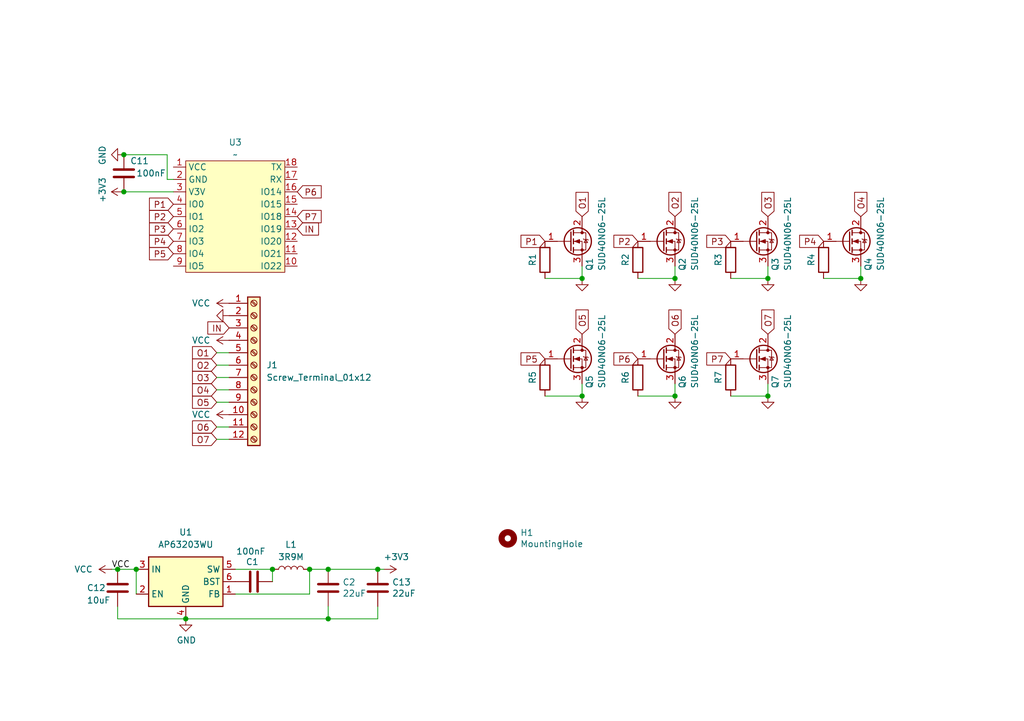
<source format=kicad_sch>
(kicad_sch (version 20250114) (generator "eeschema") (generator_version "9.0")
  (paper "A5")
  (title_block (title "LED Lights") (date "2025-08-19") (rev "9"))
  (lib_symbols
    (symbol "Connector:Screw_Terminal_01x12" (pin_names (offset 1.016) (hide yes))
      (property "Reference" "J" (at 0 15.24 0))
      (property "Value" "Screw_Terminal_01x12" (at 0 -17.78 0))
      (symbol "Screw_Terminal_01x12_1_1"
        (rectangle (start -1.27 13.97) (end 1.27 -16.51) (stroke (width 0.254)) (fill (type background)))
        (polyline (pts (xy -0.5334 13.0302) (xy 0.3302 12.192)) (stroke (width 0.1524)))
        (polyline (pts (xy -0.5334 10.4902) (xy 0.3302 9.652)) (stroke (width 0.1524)))
        (polyline (pts (xy -0.5334 7.9502) (xy 0.3302 7.112)) (stroke (width 0.1524)))
        (polyline (pts (xy -0.5334 5.4102) (xy 0.3302 4.572)) (stroke (width 0.1524)))
        (polyline (pts (xy -0.5334 2.8702) (xy 0.3302 2.032)) (stroke (width 0.1524)))
        (polyline (pts (xy -0.5334 0.3302) (xy 0.3302 -0.508)) (stroke (width 0.1524)))
        (polyline (pts (xy -0.5334 -2.2098) (xy 0.3302 -3.048)) (stroke (width 0.1524)))
        (polyline (pts (xy -0.5334 -4.7498) (xy 0.3302 -5.588)) (stroke (width 0.1524)))
        (polyline (pts (xy -0.5334 -7.2898) (xy 0.3302 -8.128)) (stroke (width 0.1524)))
        (polyline (pts (xy -0.5334 -9.8298) (xy 0.3302 -10.668)) (stroke (width 0.1524)))
        (polyline (pts (xy -0.5334 -12.3698) (xy 0.3302 -13.208)) (stroke (width 0.1524)))
        (polyline (pts (xy -0.5334 -14.9098) (xy 0.3302 -15.748)) (stroke (width 0.1524)))
        (polyline (pts (xy -0.3556 13.208) (xy 0.508 12.3698)) (stroke (width 0.1524)))
        (polyline (pts (xy -0.3556 10.668) (xy 0.508 9.8298)) (stroke (width 0.1524)))
        (polyline (pts (xy -0.3556 8.128) (xy 0.508 7.2898)) (stroke (width 0.1524)))
        (polyline (pts (xy -0.3556 5.588) (xy 0.508 4.7498)) (stroke (width 0.1524)))
        (polyline (pts (xy -0.3556 3.048) (xy 0.508 2.2098)) (stroke (width 0.1524)))
        (polyline (pts (xy -0.3556 0.508) (xy 0.508 -0.3302)) (stroke (width 0.1524)))
        (polyline (pts (xy -0.3556 -2.032) (xy 0.508 -2.8702)) (stroke (width 0.1524)))
        (polyline (pts (xy -0.3556 -4.572) (xy 0.508 -5.4102)) (stroke (width 0.1524)))
        (polyline (pts (xy -0.3556 -7.112) (xy 0.508 -7.9502)) (stroke (width 0.1524)))
        (polyline (pts (xy -0.3556 -9.652) (xy 0.508 -10.4902)) (stroke (width 0.1524)))
        (polyline (pts (xy -0.3556 -12.192) (xy 0.508 -13.0302)) (stroke (width 0.1524)))
        (polyline (pts (xy -0.3556 -14.732) (xy 0.508 -15.5702)) (stroke (width 0.1524)))
        (circle (center 0 12.7) (radius 0.635) (stroke (width 0.1524)))
        (circle (center 0 10.16) (radius 0.635) (stroke (width 0.1524)))
        (circle (center 0 7.62) (radius 0.635) (stroke (width 0.1524)))
        (circle (center 0 5.08) (radius 0.635) (stroke (width 0.1524)))
        (circle (center 0 2.54) (radius 0.635) (stroke (width 0.1524)))
        (circle (center 0 0) (radius 0.635) (stroke (width 0.1524)))
        (circle (center 0 -2.54) (radius 0.635) (stroke (width 0.1524)))
        (circle (center 0 -5.08) (radius 0.635) (stroke (width 0.1524)))
        (circle (center 0 -7.62) (radius 0.635) (stroke (width 0.1524)))
        (circle (center 0 -10.16) (radius 0.635) (stroke (width 0.1524)))
        (circle (center 0 -12.7) (radius 0.635) (stroke (width 0.1524)))
        (circle (center 0 -15.24) (radius 0.635) (stroke (width 0.1524)))
        (pin passive line (at -5.08 12.7 0) (length 3.81) (name "Pin_1") (number "1"))
        (pin passive line (at -5.08 10.16 0) (length 3.81) (name "Pin_2") (number "2"))
        (pin passive line (at -5.08 7.62 0) (length 3.81) (name "Pin_3") (number "3"))
        (pin passive line (at -5.08 5.08 0) (length 3.81) (name "Pin_4") (number "4"))
        (pin passive line (at -5.08 2.54 0) (length 3.81) (name "Pin_5") (number "5"))
        (pin passive line (at -5.08 0 0) (length 3.81) (name "Pin_6") (number "6"))
        (pin passive line (at -5.08 -2.54 0) (length 3.81) (name "Pin_7") (number "7"))
        (pin passive line (at -5.08 -5.08 0) (length 3.81) (name "Pin_8") (number "8"))
        (pin passive line (at -5.08 -7.62 0) (length 3.81) (name "Pin_9") (number "9"))
        (pin passive line (at -5.08 -10.16 0) (length 3.81) (name "Pin_10") (number "10"))
        (pin passive line (at -5.08 -12.7 0) (length 3.81) (name "Pin_11") (number "11"))
        (pin passive line (at -5.08 -15.24 0) (length 3.81) (name "Pin_12") (number "12"))
      )
    )
    (symbol "Device:C" (pin_numbers (hide yes)) (pin_names (offset 0.254))
      (property "Reference" "C" (at 0.635 2.54 0))
      (property "Value" "C" (at 0.635 -2.54 0))
      (symbol "C_0_1"
        (polyline (pts (xy -2.032 0.762) (xy 2.032 0.762)) (stroke (width 0.508)))
        (polyline (pts (xy -2.032 -0.762) (xy 2.032 -0.762)) (stroke (width 0.508)))
      )
      (symbol "C_1_1"
        (pin passive line (at 0 3.81 270) (length 2.794) (name "~") (number "1"))
        (pin passive line (at 0 -3.81 90) (length 2.794) (name "~") (number "2"))
      )
    )
    (symbol "Device:L" (pin_numbers (hide yes)) (pin_names (offset 1.016) (hide yes))
      (property "Reference" "L" (at -1.27 0 90))
      (property "Value" "L" (at 1.905 0 90))
      (symbol "L_0_1"
        (arc (start 0 2.54) (mid 0.6323 1.905) (end 0 1.27))
        (arc (start 0 1.27) (mid 0.6323 0.635) (end 0 0))
        (arc (start 0 0) (mid 0.6323 -0.635) (end 0 -1.27))
        (arc (start 0 -1.27) (mid 0.6323 -1.905) (end 0 -2.54))
      )
      (symbol "L_1_1"
        (pin passive line (at 0 3.81 270) (length 1.27) (name "1") (number "1"))
        (pin passive line (at 0 -3.81 90) (length 1.27) (name "2") (number "2"))
      )
    )
    (symbol "Device:R" (pin_numbers (hide yes)) (pin_names (offset 0))
      (property "Reference" "R" (at 2.032 0 90))
      (property "Value" "R" (at 0 0 90))
      (symbol "R_0_1"
        (rectangle (start -1.016 -2.54) (end 1.016 2.54) (stroke (width 0.254)))
      )
      (symbol "R_1_1"
        (pin passive line (at 0 3.81 270) (length 1.27) (name "~") (number "1"))
        (pin passive line (at 0 -3.81 90) (length 1.27) (name "~") (number "2"))
      )
    )
    (symbol "Mechanical:MountingHole" (pin_names (offset 1.016))
      (property "Reference" "H" (at 0 5.08 0))
      (property "Value" "MountingHole" (at 0 3.175 0))
      (symbol "MountingHole_0_1"
        (circle (center 0 0) (radius 1.27) (stroke (width 1.27)))
      )
    )
    (symbol "Regulator_Switching:AP63203WU"
      (property "Reference" "U" (at -7.62 6.35 0))
      (property "Value" "AP63203WU" (at 2.54 6.35 0))
      (symbol "AP63203WU_0_1"
        (rectangle (start -7.62 5.08) (end 7.62 -5.08) (stroke (width 0.254)) (fill (type background)))
      )
      (symbol "AP63203WU_1_1"
        (pin power_in line (at -10.16 2.54 0) (length 2.54) (name "IN") (number "3"))
        (pin input line (at -10.16 -2.54 0) (length 2.54) (name "EN") (number "2"))
        (pin power_in line (at 0 -7.62 90) (length 2.54) (name "GND") (number "4"))
        (pin output line (at 10.16 2.54 180) (length 2.54) (name "SW") (number "5"))
        (pin passive line (at 10.16 0 180) (length 2.54) (name "BST") (number "6"))
        (pin input line (at 10.16 -2.54 180) (length 2.54) (name "FB") (number "1"))
      )
    )
    (symbol "Transistor_FET:QM6006D" (pin_names (hide yes))
      (property "Reference" "Q" (at 5.08 1.905 0))
      (property "Value" "QM6006D" (at 5.08 0 0))
      (symbol "QM6006D_0_1"
        (polyline (pts (xy 0.254 1.905) (xy 0.254 -1.905)) (stroke (width 0.254)))
        (polyline (pts (xy 0.254 0) (xy -2.54 0)))
        (polyline (pts (xy 0.762 2.286) (xy 0.762 1.27)) (stroke (width 0.254)))
        (polyline (pts (xy 0.762 0.508) (xy 0.762 -0.508)) (stroke (width 0.254)))
        (polyline (pts (xy 0.762 -1.27) (xy 0.762 -2.286)) (stroke (width 0.254)))
        (polyline (pts (xy 0.762 -1.778) (xy 3.302 -1.778) (xy 3.302 1.778) (xy 0.762 1.778)))
        (polyline (pts (xy 1.016 0) (xy 2.032 0.381) (xy 2.032 -0.381) (xy 1.016 0)) (fill (type outline)))
        (circle (center 1.651 0) (radius 2.794) (stroke (width 0.254)))
        (polyline (pts (xy 2.54 2.54) (xy 2.54 1.778)))
        (circle (center 2.54 1.778) (radius 0.254) (fill (type outline)))
        (circle (center 2.54 -1.778) (radius 0.254) (fill (type outline)))
        (polyline (pts (xy 2.54 -2.54) (xy 2.54 0) (xy 0.762 0)))
        (polyline (pts (xy 2.794 0.508) (xy 2.921 0.381) (xy 3.683 0.381) (xy 3.81 0.254)))
        (polyline (pts (xy 3.302 0.381) (xy 2.921 -0.254) (xy 3.683 -0.254) (xy 3.302 0.381)))
      )
      (symbol "QM6006D_1_1"
        (pin input line (at -5.08 0 0) (length 2.54) (name "G") (number "1"))
        (pin passive line (at 2.54 5.08 270) (length 2.54) (name "D") (number "2"))
        (pin passive line (at 2.54 -5.08 90) (length 2.54) (name "S") (number "3"))
      )
    )
    (symbol "Waveshare-ESP32:Waveshare-ESP32-C6-Zero"
      (property "Reference" "U" (at -9.652 12.446 0))
      (symbol "Waveshare-ESP32-C6-Zero_1_1"
        (rectangle (start -10.16 11.43) (end 10.16 -11.43) (fill (type background)))
        (pin power_in line (at -12.7 10.16 0) (length 2.54) (name "VCC") (number "1"))
        (pin power_in line (at -12.7 7.62 0) (length 2.54) (name "GND") (number "2"))
        (pin power_out line (at -12.7 5.08 0) (length 2.54) (name "V3V") (number "3"))
        (pin bidirectional line (at -12.7 2.54 0) (length 2.54) (name "IO0") (number "4"))
        (pin bidirectional line (at -12.7 0 0) (length 2.54) (name "IO1") (number "5"))
        (pin bidirectional line (at -12.7 -2.54 0) (length 2.54) (name "IO2") (number "6"))
        (pin bidirectional line (at -12.7 -5.08 0) (length 2.54) (name "IO3") (number "7"))
        (pin bidirectional line (at -12.7 -7.62 0) (length 2.54) (name "IO4") (number "8"))
        (pin bidirectional line (at -12.7 -10.16 0) (length 2.54) (name "IO5") (number "9"))
        (pin bidirectional line (at 12.7 10.16 180) (length 2.54) (name "TX") (number "18"))
        (pin bidirectional line (at 12.7 7.62 180) (length 2.54) (name "RX") (number "17"))
        (pin bidirectional line (at 12.7 5.08 180) (length 2.54) (name "IO14") (number "16"))
        (pin bidirectional line (at 12.7 2.54 180) (length 2.54) (name "IO15") (number "15"))
        (pin bidirectional line (at 12.7 0 180) (length 2.54) (name "IO18") (number "14"))
        (pin bidirectional line (at 12.7 -2.54 180) (length 2.54) (name "IO19") (number "13"))
        (pin bidirectional line (at 12.7 -5.08 180) (length 2.54) (name "IO20") (number "12"))
        (pin bidirectional line (at 12.7 -7.62 180) (length 2.54) (name "IO21") (number "11"))
        (pin bidirectional line (at 12.7 -10.16 180) (length 2.54) (name "IO22") (number "10"))
      )
    )
    (symbol "power:+3.3V" (power) (pin_names (offset 0))
      (property "Value" "+3.3V" (at 0 3.556 0))
      (symbol "+3.3V_0_1"
        (polyline (pts (xy -0.762 1.27) (xy 0 2.54)))
        (polyline (pts (xy 0 2.54) (xy 0.762 1.27)))
        (polyline (pts (xy 0 0) (xy 0 2.54)))
      )
      (symbol "+3.3V_1_1"
        (pin power_in line (at 0 0 90) (length 0) (hide yes) (name "+3V3") (number "1"))
      )
    )
    (symbol "power:GND" (power) (pin_names (offset 0))
      (property "Value" "GND" (at 0 -3.81 0))
      (symbol "GND_0_1"
        (polyline (pts (xy 0 0) (xy 0 -1.27) (xy 1.27 -1.27) (xy 0 -2.54) (xy -1.27 -1.27) (xy 0 -1.27)))
      )
      (symbol "GND_1_1"
        (pin power_in line (at 0 0 270) (length 0) (hide yes) (name "GND") (number "1"))
      )
    )
    (symbol "power:VCC" (power) (pin_numbers (hide yes)) (pin_names (offset 0) (hide yes))
      (property "Value" "VCC" (at 0 3.556 0))
      (symbol "VCC_0_1"
        (polyline (pts (xy -0.762 1.27) (xy 0 2.54)))
        (polyline (pts (xy 0 2.54) (xy 0.762 1.27)))
        (polyline (pts (xy 0 0) (xy 0 2.54)))
      )
      (symbol "VCC_1_1"
        (pin power_in line (at 0 0 90) (length 0) (name "~") (number "1"))
      )
    )
  )
  (junction (at 38.1 127))
  (junction (at 63.5 116.84))
  (junction (at 77.47 116.84))
  (junction (at 157.48 81.28))
  (junction (at 176.53 57.15))
  (junction (at 24.13 116.84))
  (junction (at 119.38 57.15))
  (junction (at 138.43 81.28))
  (junction (at 138.43 57.15))
  (junction (at 27.94 116.84))
  (junction (at 157.48 57.15))
  (junction (at 67.31 127))
  (junction (at 25.4 39.37))
  (junction (at 55.88 116.84))
  (junction (at 25.4 31.75))
  (junction (at 119.38 81.28))
  (junction (at 67.31 116.84))
  (wire (pts (xy 44.45 80.01) (xy 46.99 80.01)))
  (wire (pts (xy 44.45 74.93) (xy 46.99 74.93)))
  (wire (pts (xy 38.1 127) (xy 67.31 127)))
  (wire (pts (xy 149.86 81.28) (xy 157.48 81.28)))
  (wire (pts (xy 138.43 78.74) (xy 138.43 81.28)))
  (wire (pts (xy 44.45 90.17) (xy 46.99 90.17)))
  (wire (pts (xy 55.88 116.84) (xy 55.88 119.38)))
  (wire (pts (xy 77.47 127) (xy 67.31 127)))
  (wire (pts (xy 67.31 116.84) (xy 77.47 116.84)))
  (wire (pts (xy 67.31 124.46) (xy 67.31 127)))
  (wire (pts (xy 35.56 36.83) (xy 34.29 36.83)))
  (wire (pts (xy 168.91 57.15) (xy 176.53 57.15)))
  (wire (pts (xy 34.29 36.83) (xy 34.29 31.75)))
  (wire (pts (xy 27.94 116.84) (xy 27.94 121.92)))
  (wire (pts (xy 22.86 116.84) (xy 24.13 116.84)))
  (wire (pts (xy 44.45 87.63) (xy 46.99 87.63)))
  (wire (pts (xy 119.38 54.61) (xy 119.38 57.15)))
  (wire (pts (xy 25.4 31.75) (xy 34.29 31.75)))
  (wire (pts (xy 63.5 116.84) (xy 67.31 116.84)))
  (wire (pts (xy 130.81 81.28) (xy 138.43 81.28)))
  (wire (pts (xy 157.48 78.74) (xy 157.48 81.28)))
  (wire (pts (xy 130.81 57.15) (xy 138.43 57.15)))
  (wire (pts (xy 157.48 54.61) (xy 157.48 57.15)))
  (wire (pts (xy 77.47 116.84) (xy 78.74 116.84)))
  (wire (pts (xy 48.26 116.84) (xy 55.88 116.84)))
  (wire (pts (xy 77.47 124.46) (xy 77.47 127)))
  (wire (pts (xy 138.43 54.61) (xy 138.43 57.15)))
  (wire (pts (xy 44.45 82.55) (xy 46.99 82.55)))
  (wire (pts (xy 111.76 81.28) (xy 119.38 81.28)))
  (wire (pts (xy 48.26 121.92) (xy 63.5 121.92)))
  (wire (pts (xy 24.13 127) (xy 38.1 127)))
  (wire (pts (xy 44.45 77.47) (xy 46.99 77.47)))
  (wire (pts (xy 24.13 116.84) (xy 27.94 116.84)))
  (wire (pts (xy 149.86 57.15) (xy 157.48 57.15)))
  (wire (pts (xy 111.76 57.15) (xy 119.38 57.15)))
  (wire (pts (xy 25.4 39.37) (xy 35.56 39.37)))
  (wire (pts (xy 176.53 54.61) (xy 176.53 57.15)))
  (wire (pts (xy 44.45 72.39) (xy 46.99 72.39)))
  (wire (pts (xy 63.5 121.92) (xy 63.5 116.84)))
  (wire (pts (xy 24.13 127) (xy 24.13 124.46)))
  (wire (pts (xy 119.38 78.74) (xy 119.38 81.28)))
  (label "VCC" (at 22.86 116.84 0))
  (global_label "O7" (shape input) (at 44.45 90.17 180) (property "Intersheetrefs" "${INTERSHEET_REFS}" (effects (hide yes))))
  (global_label "P4" (shape input) (at 35.56 49.53 180) (property "Intersheetrefs" "${INTERSHEET_REFS}" (effects (hide yes))))
  (global_label "P1" (shape input) (at 111.76 49.53 180) (property "Intersheetrefs" "${INTERSHEET_REFS}" (effects (hide yes))))
  (global_label "O6" (shape input) (at 138.43 68.58 90) (property "Intersheetrefs" "${INTERSHEET_REFS}" (effects (hide yes))))
  (global_label "O1" (shape input) (at 44.45 72.39 180) (property "Intersheetrefs" "${INTERSHEET_REFS}" (effects (hide yes))))
  (global_label "P3" (shape input) (at 35.56 46.99 180) (property "Intersheetrefs" "${INTERSHEET_REFS}" (effects (hide yes))))
  (global_label "O5" (shape input) (at 119.38 68.58 90) (property "Intersheetrefs" "${INTERSHEET_REFS}" (effects (hide yes))))
  (global_label "O7" (shape input) (at 157.48 68.58 90) (property "Intersheetrefs" "${INTERSHEET_REFS}" (effects (hide yes))))
  (global_label "P7" (shape input) (at 149.86 73.66 180) (property "Intersheetrefs" "${INTERSHEET_REFS}" (effects (hide yes))))
  (global_label "P2" (shape input) (at 35.56 44.45 180) (property "Intersheetrefs" "${INTERSHEET_REFS}" (effects (hide yes))))
  (global_label "IN" (shape input) (at 60.96 46.99 0) (property "Intersheetrefs" "${INTERSHEET_REFS}" (effects (hide yes))))
  (global_label "P1" (shape input) (at 35.56 41.91 180) (property "Intersheetrefs" "${INTERSHEET_REFS}" (effects (hide yes))))
  (global_label "P7" (shape input) (at 60.96 44.45 0) (property "Intersheetrefs" "${INTERSHEET_REFS}" (effects (hide yes))))
  (global_label "IN" (shape input) (at 46.99 67.31 180) (property "Intersheetrefs" "${INTERSHEET_REFS}" (effects (hide yes))))
  (global_label "O4" (shape input) (at 176.53 44.45 90) (property "Intersheetrefs" "${INTERSHEET_REFS}" (effects (hide yes))))
  (global_label "O5" (shape input) (at 44.45 82.55 180) (property "Intersheetrefs" "${INTERSHEET_REFS}" (effects (hide yes))))
  (global_label "O1" (shape input) (at 119.38 44.45 90) (property "Intersheetrefs" "${INTERSHEET_REFS}" (effects (hide yes))))
  (global_label "P3" (shape input) (at 149.86 49.53 180) (property "Intersheetrefs" "${INTERSHEET_REFS}" (effects (hide yes))))
  (global_label "P2" (shape input) (at 130.81 49.53 180) (property "Intersheetrefs" "${INTERSHEET_REFS}" (effects (hide yes))))
  (global_label "P4" (shape input) (at 168.91 49.53 180) (property "Intersheetrefs" "${INTERSHEET_REFS}" (effects (hide yes))))
  (global_label "P5" (shape input) (at 111.76 73.66 180) (property "Intersheetrefs" "${INTERSHEET_REFS}" (effects (hide yes))))
  (global_label "O6" (shape input) (at 44.45 87.63 180) (property "Intersheetrefs" "${INTERSHEET_REFS}" (effects (hide yes))))
  (global_label "P6" (shape input) (at 130.81 73.66 180) (property "Intersheetrefs" "${INTERSHEET_REFS}" (effects (hide yes))))
  (global_label "O2" (shape input) (at 44.45 74.93 180) (property "Intersheetrefs" "${INTERSHEET_REFS}" (effects (hide yes))))
  (global_label "O3" (shape input) (at 44.45 77.47 180) (property "Intersheetrefs" "${INTERSHEET_REFS}" (effects (hide yes))))
  (global_label "O2" (shape input) (at 138.43 44.45 90) (property "Intersheetrefs" "${INTERSHEET_REFS}" (effects (hide yes))))
  (global_label "O4" (shape input) (at 44.45 80.01 180) (property "Intersheetrefs" "${INTERSHEET_REFS}" (effects (hide yes))))
  (global_label "P5" (shape input) (at 35.56 52.07 180) (property "Intersheetrefs" "${INTERSHEET_REFS}" (effects (hide yes))))
  (global_label "P6" (shape input) (at 60.96 39.37 0) (property "Intersheetrefs" "${INTERSHEET_REFS}" (effects (hide yes))))
  (global_label "O3" (shape input) (at 157.48 44.45 90) (property "Intersheetrefs" "${INTERSHEET_REFS}" (effects (hide yes))))
  (symbol (lib_id "Transistor_FET:QM6006D") (at 154.94 73.66 0) (unit 1)
    (property "Reference" "Q7" (at 159.004 79.756 90) (effects (justify left)))
    (property "Value" "SUD40N06-25L" (at 161.544 79.756 90) (effects (justify left)))
    (property "Footprint" "Package_TO_SOT_SMD:TO-252-2" (effects (hide yes)))
    (property "Datasheet" "https://www.farnell.com/datasheets/69243.pdf" (effects (hide yes)))
    (property "Description" "N-Channel 60-V (D-S), 175_C MOSFET, Logic Level" (effects (hide yes)))
  )
  (symbol (lib_id "power:VCC") (at 46.99 62.23 90) (unit 1)
    (property "Reference" "#PWR01" (effects (hide yes)))
    (property "Value" "VCC" (at 43.18 62.2299 90) (effects (justify left)))
    (property "Description" "Power symbol creates a global label with name \"VCC\"" (effects (hide yes)))
  )
  (symbol (lib_id "Device:C") (at 25.4 35.56 180) (unit 1)
    (property "Reference" "C11" (at 26.67 33.02 0) (effects (justify right)))
    (property "Value" "100nF" (at 27.94 35.56 0) (effects (justify right)))
    (property "Footprint" "Capacitor_SMD:C_0805_2012Metric" (effects (hide yes)))
  )
  (symbol (lib_id "Device:C") (at 67.31 120.65 180) (unit 1)
    (property "Reference" "C2" (at 70.231 119.4816 0) (effects (justify right)))
    (property "Value" "22uF" (at 70.231 121.793 0) (effects (justify right)))
    (property "Footprint" "Capacitor_SMD:C_0805_2012Metric" (effects (hide yes)))
  )
  (symbol (lib_id "power:VCC") (at 22.86 116.84 90) (unit 1)
    (property "Reference" "#PWR02" (effects (hide yes)))
    (property "Value" "VCC" (at 19.05 116.8399 90) (effects (justify left)))
    (property "Description" "Power symbol creates a global label with name \"VCC\"" (effects (hide yes)))
  )
  (symbol (lib_id "Device:R") (at 130.81 53.34 180) (unit 1)
    (property "Reference" "R2" (at 128.27 53.34 90))
    (property "Value" "R" (effects (hide yes)))
    (property "Footprint" "Resistor_SMD:R_0805_2012Metric" (effects (hide yes)))
  )
  (symbol (lib_id "power:GND") (at 46.99 64.77 270) (unit 1)
    (property "Reference" "#PWR03" (effects (hide yes)))
    (property "Value" "GND" (effects (hide yes)))
  )
  (symbol (lib_id "Device:R") (at 111.76 77.47 180) (unit 1)
    (property "Reference" "R5" (at 109.22 77.47 90))
    (property "Value" "R" (effects (hide yes)))
    (property "Footprint" "Resistor_SMD:R_0805_2012Metric" (effects (hide yes)))
  )
  (symbol (lib_id "Transistor_FET:QM6006D") (at 116.84 73.66 0) (unit 1)
    (property "Reference" "Q5" (at 120.904 79.756 90) (effects (justify left)))
    (property "Value" "SUD40N06-25L" (at 123.444 79.756 90) (effects (justify left)))
    (property "Footprint" "Package_TO_SOT_SMD:TO-252-2" (effects (hide yes)))
    (property "Datasheet" "https://www.farnell.com/datasheets/69243.pdf" (effects (hide yes)))
    (property "Description" "N-Channel 60-V (D-S), 175_C MOSFET, Logic Level" (effects (hide yes)))
  )
  (symbol (lib_id "power:GND") (at 157.48 81.28 0) (unit 1)
    (property "Reference" "#PWR012" (effects (hide yes)))
    (property "Value" "GND" (effects (hide yes)))
  )
  (symbol (lib_id "Device:C") (at 52.07 119.38 270) (unit 1)
    (property "Reference" "C1" (at 53.086 115.316 90) (effects (justify right)))
    (property "Value" "100nF" (at 54.483 113.157 90) (effects (justify right)))
    (property "Footprint" "Capacitor_SMD:C_0805_2012Metric" (effects (hide yes)))
  )
  (symbol (lib_id "Mechanical:MountingHole") (at 104.14 110.49 0) (unit 1)
    (property "Reference" "H1" (at 106.68 109.3216 0) (effects (justify left)))
    (property "Value" "MountingHole" (at 106.68 111.633 0) (effects (justify left)))
    (property "Footprint" "MountingHole:MountingHole_2.2mm_M2" (effects (hide yes)))
  )
  (symbol (lib_id "power:GND") (at 25.4 31.75 270) (unit 1)
    (property "Reference" "#PWR0108" (effects (hide yes)))
    (property "Value" "GND" (at 21.0058 31.877 0))
  )
  (symbol (lib_id "power:GND") (at 138.43 81.28 0) (unit 1)
    (property "Reference" "#PWR011" (effects (hide yes)))
    (property "Value" "GND" (effects (hide yes)))
  )
  (symbol (lib_id "Transistor_FET:QM6006D") (at 154.94 49.53 0) (unit 1)
    (property "Reference" "Q3" (at 159.004 55.626 90) (effects (justify left)))
    (property "Value" "SUD40N06-25L" (at 161.544 55.626 90) (effects (justify left)))
    (property "Footprint" "Package_TO_SOT_SMD:TO-252-2" (effects (hide yes)))
    (property "Datasheet" "https://www.farnell.com/datasheets/69243.pdf" (effects (hide yes)))
    (property "Description" "N-Channel 60-V (D-S), 175_C MOSFET, Logic Level" (effects (hide yes)))
  )
  (symbol (lib_id "power:VCC") (at 46.99 85.09 90) (unit 1)
    (property "Reference" "#PWR04" (effects (hide yes)))
    (property "Value" "VCC" (at 43.18 85.0899 90) (effects (justify left)))
    (property "Description" "Power symbol creates a global label with name \"VCC\"" (effects (hide yes)))
  )
  (symbol (lib_id "power:GND") (at 138.43 57.15 0) (unit 1)
    (property "Reference" "#PWR07" (effects (hide yes)))
    (property "Value" "GND" (effects (hide yes)))
  )
  (symbol (lib_id "Transistor_FET:QM6006D") (at 116.84 49.53 0) (unit 1)
    (property "Reference" "Q1" (at 120.904 55.626 90) (effects (justify left)))
    (property "Value" "SUD40N06-25L" (at 123.444 55.626 90) (effects (justify left)))
    (property "Footprint" "Package_TO_SOT_SMD:TO-252-2" (effects (hide yes)))
    (property "Datasheet" "https://www.farnell.com/datasheets/69243.pdf" (effects (hide yes)))
    (property "Description" "N-Channel 60-V (D-S), 175_C MOSFET, Logic Level" (effects (hide yes)))
  )
  (symbol (lib_id "power:GND") (at 38.1 127 0) (unit 1)
    (property "Reference" "#PWR0103" (effects (hide yes)))
    (property "Value" "GND" (at 38.227 131.3942 0))
  )
  (symbol (lib_id "Transistor_FET:QM6006D") (at 135.89 73.66 0) (unit 1)
    (property "Reference" "Q6" (at 139.954 79.756 90) (effects (justify left)))
    (property "Value" "SUD40N06-25L" (at 142.494 79.756 90) (effects (justify left)))
    (property "Footprint" "Package_TO_SOT_SMD:TO-252-2" (effects (hide yes)))
    (property "Datasheet" "https://www.farnell.com/datasheets/69243.pdf" (effects (hide yes)))
    (property "Description" "N-Channel 60-V (D-S), 175_C MOSFET, Logic Level" (effects (hide yes)))
  )
  (symbol (lib_id "Transistor_FET:QM6006D") (at 135.89 49.53 0) (unit 1)
    (property "Reference" "Q2" (at 139.954 55.626 90) (effects (justify left)))
    (property "Value" "SUD40N06-25L" (at 142.494 55.626 90) (effects (justify left)))
    (property "Footprint" "Package_TO_SOT_SMD:TO-252-2" (effects (hide yes)))
    (property "Datasheet" "https://www.farnell.com/datasheets/69243.pdf" (effects (hide yes)))
    (property "Description" "N-Channel 60-V (D-S), 175_C MOSFET, Logic Level" (effects (hide yes)))
  )
  (symbol (lib_id "power:GND") (at 157.48 57.15 0) (unit 1)
    (property "Reference" "#PWR08" (effects (hide yes)))
    (property "Value" "GND" (effects (hide yes)))
  )
  (symbol (lib_id "power:VCC") (at 46.99 69.85 90) (unit 1)
    (property "Reference" "#PWR06" (effects (hide yes)))
    (property "Value" "VCC" (at 43.18 69.8499 90) (effects (justify left)))
    (property "Description" "Power symbol creates a global label with name \"VCC\"" (effects (hide yes)))
  )
  (symbol (lib_id "power:GND") (at 119.38 81.28 0) (unit 1)
    (property "Reference" "#PWR010" (effects (hide yes)))
    (property "Value" "GND" (effects (hide yes)))
  )
  (symbol (lib_id "Waveshare-ESP32:Waveshare-ESP32-C6-Zero") (at 48.26 44.45 0) (unit 1)
    (property "Reference" "U3" (at 48.26 29.21 0))
    (property "Value" "~" (at 48.26 31.75 0))
    (property "Footprint" "Waveshare-ESP32:Waveshare-ESP32-C6-Zero" (effects (hide yes)))
    (property "Datasheet" "https://www.waveshare.com/wiki/ESP32-C6-Zero" (effects (hide yes)))
  )
  (symbol (lib_id "Device:R") (at 130.81 77.47 180) (unit 1)
    (property "Reference" "R6" (at 128.27 77.47 90))
    (property "Value" "R" (effects (hide yes)))
    (property "Footprint" "Resistor_SMD:R_0805_2012Metric" (effects (hide yes)))
  )
  (symbol (lib_id "Device:L") (at 59.69 116.84 90) (unit 1)
    (property "Reference" "L1" (at 59.69 111.76 90))
    (property "Value" "3R9M" (at 59.69 114.3 90))
    (property "Footprint" "Inductor_SMD:L_APV_ANR6028" (effects (hide yes)))
    (property "Description" "Inductor" (effects (hide yes)))
  )
  (symbol (lib_id "Device:C") (at 77.47 120.65 180) (unit 1)
    (property "Reference" "C13" (at 80.391 119.4816 0) (effects (justify right)))
    (property "Value" "22uF" (at 80.391 121.793 0) (effects (justify right)))
    (property "Footprint" "Capacitor_SMD:C_0805_2012Metric" (effects (hide yes)))
  )
  (symbol (lib_id "power:GND") (at 176.53 57.15 0) (unit 1)
    (property "Reference" "#PWR09" (effects (hide yes)))
    (property "Value" "GND" (effects (hide yes)))
  )
  (symbol (lib_id "Device:C") (at 24.13 120.65 180) (unit 1)
    (property "Reference" "C12" (at 17.78 120.65 0) (effects (justify right)))
    (property "Value" "10uF" (at 17.78 123.19 0) (effects (justify right)))
    (property "Footprint" "Capacitor_SMD:C_0805_2012Metric" (effects (hide yes)))
  )
  (symbol (lib_id "Device:R") (at 111.76 53.34 180) (unit 1)
    (property "Reference" "R1" (at 109.22 53.34 90))
    (property "Value" "R" (effects (hide yes)))
    (property "Footprint" "Resistor_SMD:R_0805_2012Metric" (effects (hide yes)))
  )
  (symbol (lib_id "power:GND") (at 119.38 57.15 0) (unit 1)
    (property "Reference" "#PWR0104" (effects (hide yes)))
    (property "Value" "GND" (effects (hide yes)))
  )
  (symbol (lib_id "power:+3.3V") (at 78.74 116.84 270) (unit 1)
    (property "Reference" "#PWR0106" (effects (hide yes)))
    (property "Value" "+3V3" (at 81.28 114.3 90))
  )
  (symbol (lib_id "Device:R") (at 149.86 77.47 180) (unit 1)
    (property "Reference" "R7" (at 147.32 77.47 90))
    (property "Value" "R" (effects (hide yes)))
    (property "Footprint" "Resistor_SMD:R_0805_2012Metric" (effects (hide yes)))
  )
  (symbol (lib_id "Connector:Screw_Terminal_01x12") (at 52.07 74.93 0) (unit 1)
    (property "Reference" "J1" (at 54.61 74.9299 0) (effects (justify left)))
    (property "Value" "Screw_Terminal_01x12" (at 54.61 77.4699 0) (effects (justify left)))
    (property "Footprint" "TerminalBlock_Phoenix:TerminalBlock_Phoenix_PT-1,5-12-5.0-H_1x12_P5.00mm_Horizontal" (effects (hide yes)))
    (property "Description" "Generic screw terminal, single row, 01x12, script generated (kicad-library-utils/schlib/autogen/connector/)" (effects (hide yes)))
  )
  (symbol (lib_id "power:+3.3V") (at 25.4 39.37 90) (unit 1)
    (property "Reference" "#PWR0110" (effects (hide yes)))
    (property "Value" "+3V3" (at 21.0058 38.989 0))
  )
  (symbol (lib_id "Transistor_FET:QM6006D") (at 173.99 49.53 0) (unit 1)
    (property "Reference" "Q4" (at 178.054 55.626 90) (effects (justify left)))
    (property "Value" "SUD40N06-25L" (at 180.594 55.626 90) (effects (justify left)))
    (property "Footprint" "Package_TO_SOT_SMD:TO-252-2" (effects (hide yes)))
    (property "Datasheet" "https://www.farnell.com/datasheets/69243.pdf" (effects (hide yes)))
    (property "Description" "N-Channel 60-V (D-S), 175_C MOSFET, Logic Level" (effects (hide yes)))
  )
  (symbol (lib_id "Regulator_Switching:AP63203WU") (at 38.1 119.38 0) (unit 1)
    (property "Reference" "U1" (at 38.1 109.22 0))
    (property "Value" "AP63203WU" (at 38.1 111.76 0))
    (property "Footprint" "Package_TO_SOT_SMD:TSOT-23-6" (effects (hide yes)))
    (property "Datasheet" "https://www.diodes.com/assets/Datasheets/AP63200-AP63201-AP63203-AP63205.pdf" (effects (hide yes)))
    (property "Description" "2A, 1.1MHz Buck DC/DC Converter, fixed 3.3V output voltage, TSOT-23-6" (effects (hide yes)))
  )
  (symbol (lib_id "Device:R") (at 168.91 53.34 180) (unit 1)
    (property "Reference" "R4" (at 166.37 53.34 90))
    (property "Value" "R" (effects (hide yes)))
    (property "Footprint" "Resistor_SMD:R_0805_2012Metric" (effects (hide yes)))
  )
  (symbol (lib_id "Device:R") (at 149.86 53.34 180) (unit 1)
    (property "Reference" "R3" (at 147.32 53.34 90))
    (property "Value" "R" (effects (hide yes)))
    (property "Footprint" "Resistor_SMD:R_0805_2012Metric" (effects (hide yes)))
  )
)
</source>
